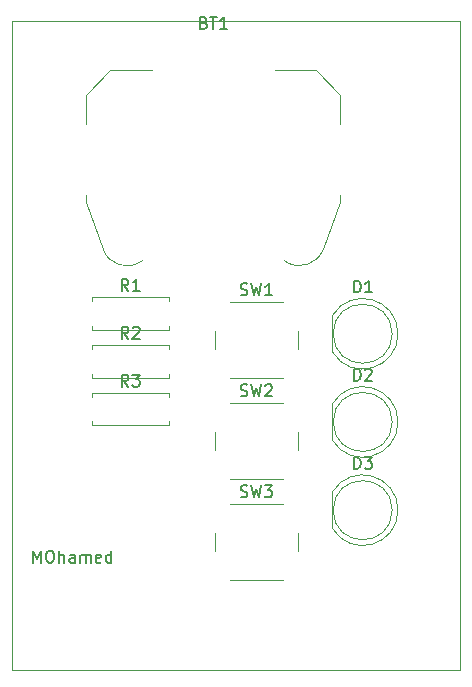
<source format=gbr>
%TF.GenerationSoftware,KiCad,Pcbnew,9.0.2*%
%TF.CreationDate,2025-06-03T22:34:10+03:00*%
%TF.ProjectId,first_PcB,66697273-745f-4506-9342-2e6b69636164,rev?*%
%TF.SameCoordinates,Original*%
%TF.FileFunction,Profile,NP*%
%FSLAX46Y46*%
G04 Gerber Fmt 4.6, Leading zero omitted, Abs format (unit mm)*
G04 Created by KiCad (PCBNEW 9.0.2) date 2025-06-03 22:34:10*
%MOMM*%
%LPD*%
G01*
G04 APERTURE LIST*
%TA.AperFunction,Profile*%
%ADD10C,0.050000*%
%TD*%
%ADD11C,0.150000*%
%ADD12C,0.120000*%
G04 APERTURE END LIST*
D10*
X132500000Y-71000000D02*
X170500000Y-71000000D01*
X170500000Y-126000000D01*
X132500000Y-126000000D01*
X132500000Y-71000000D01*
D11*
X134336779Y-116869819D02*
X134336779Y-115869819D01*
X134336779Y-115869819D02*
X134670112Y-116584104D01*
X134670112Y-116584104D02*
X135003445Y-115869819D01*
X135003445Y-115869819D02*
X135003445Y-116869819D01*
X135670112Y-115869819D02*
X135860588Y-115869819D01*
X135860588Y-115869819D02*
X135955826Y-115917438D01*
X135955826Y-115917438D02*
X136051064Y-116012676D01*
X136051064Y-116012676D02*
X136098683Y-116203152D01*
X136098683Y-116203152D02*
X136098683Y-116536485D01*
X136098683Y-116536485D02*
X136051064Y-116726961D01*
X136051064Y-116726961D02*
X135955826Y-116822200D01*
X135955826Y-116822200D02*
X135860588Y-116869819D01*
X135860588Y-116869819D02*
X135670112Y-116869819D01*
X135670112Y-116869819D02*
X135574874Y-116822200D01*
X135574874Y-116822200D02*
X135479636Y-116726961D01*
X135479636Y-116726961D02*
X135432017Y-116536485D01*
X135432017Y-116536485D02*
X135432017Y-116203152D01*
X135432017Y-116203152D02*
X135479636Y-116012676D01*
X135479636Y-116012676D02*
X135574874Y-115917438D01*
X135574874Y-115917438D02*
X135670112Y-115869819D01*
X136527255Y-116869819D02*
X136527255Y-115869819D01*
X136955826Y-116869819D02*
X136955826Y-116346009D01*
X136955826Y-116346009D02*
X136908207Y-116250771D01*
X136908207Y-116250771D02*
X136812969Y-116203152D01*
X136812969Y-116203152D02*
X136670112Y-116203152D01*
X136670112Y-116203152D02*
X136574874Y-116250771D01*
X136574874Y-116250771D02*
X136527255Y-116298390D01*
X137860588Y-116869819D02*
X137860588Y-116346009D01*
X137860588Y-116346009D02*
X137812969Y-116250771D01*
X137812969Y-116250771D02*
X137717731Y-116203152D01*
X137717731Y-116203152D02*
X137527255Y-116203152D01*
X137527255Y-116203152D02*
X137432017Y-116250771D01*
X137860588Y-116822200D02*
X137765350Y-116869819D01*
X137765350Y-116869819D02*
X137527255Y-116869819D01*
X137527255Y-116869819D02*
X137432017Y-116822200D01*
X137432017Y-116822200D02*
X137384398Y-116726961D01*
X137384398Y-116726961D02*
X137384398Y-116631723D01*
X137384398Y-116631723D02*
X137432017Y-116536485D01*
X137432017Y-116536485D02*
X137527255Y-116488866D01*
X137527255Y-116488866D02*
X137765350Y-116488866D01*
X137765350Y-116488866D02*
X137860588Y-116441247D01*
X138336779Y-116869819D02*
X138336779Y-116203152D01*
X138336779Y-116298390D02*
X138384398Y-116250771D01*
X138384398Y-116250771D02*
X138479636Y-116203152D01*
X138479636Y-116203152D02*
X138622493Y-116203152D01*
X138622493Y-116203152D02*
X138717731Y-116250771D01*
X138717731Y-116250771D02*
X138765350Y-116346009D01*
X138765350Y-116346009D02*
X138765350Y-116869819D01*
X138765350Y-116346009D02*
X138812969Y-116250771D01*
X138812969Y-116250771D02*
X138908207Y-116203152D01*
X138908207Y-116203152D02*
X139051064Y-116203152D01*
X139051064Y-116203152D02*
X139146303Y-116250771D01*
X139146303Y-116250771D02*
X139193922Y-116346009D01*
X139193922Y-116346009D02*
X139193922Y-116869819D01*
X140051064Y-116822200D02*
X139955826Y-116869819D01*
X139955826Y-116869819D02*
X139765350Y-116869819D01*
X139765350Y-116869819D02*
X139670112Y-116822200D01*
X139670112Y-116822200D02*
X139622493Y-116726961D01*
X139622493Y-116726961D02*
X139622493Y-116346009D01*
X139622493Y-116346009D02*
X139670112Y-116250771D01*
X139670112Y-116250771D02*
X139765350Y-116203152D01*
X139765350Y-116203152D02*
X139955826Y-116203152D01*
X139955826Y-116203152D02*
X140051064Y-116250771D01*
X140051064Y-116250771D02*
X140098683Y-116346009D01*
X140098683Y-116346009D02*
X140098683Y-116441247D01*
X140098683Y-116441247D02*
X139622493Y-116536485D01*
X140955826Y-116869819D02*
X140955826Y-115869819D01*
X140955826Y-116822200D02*
X140860588Y-116869819D01*
X140860588Y-116869819D02*
X140670112Y-116869819D01*
X140670112Y-116869819D02*
X140574874Y-116822200D01*
X140574874Y-116822200D02*
X140527255Y-116774580D01*
X140527255Y-116774580D02*
X140479636Y-116679342D01*
X140479636Y-116679342D02*
X140479636Y-116393628D01*
X140479636Y-116393628D02*
X140527255Y-116298390D01*
X140527255Y-116298390D02*
X140574874Y-116250771D01*
X140574874Y-116250771D02*
X140670112Y-116203152D01*
X140670112Y-116203152D02*
X140860588Y-116203152D01*
X140860588Y-116203152D02*
X140955826Y-116250771D01*
X151886667Y-111297200D02*
X152029524Y-111344819D01*
X152029524Y-111344819D02*
X152267619Y-111344819D01*
X152267619Y-111344819D02*
X152362857Y-111297200D01*
X152362857Y-111297200D02*
X152410476Y-111249580D01*
X152410476Y-111249580D02*
X152458095Y-111154342D01*
X152458095Y-111154342D02*
X152458095Y-111059104D01*
X152458095Y-111059104D02*
X152410476Y-110963866D01*
X152410476Y-110963866D02*
X152362857Y-110916247D01*
X152362857Y-110916247D02*
X152267619Y-110868628D01*
X152267619Y-110868628D02*
X152077143Y-110821009D01*
X152077143Y-110821009D02*
X151981905Y-110773390D01*
X151981905Y-110773390D02*
X151934286Y-110725771D01*
X151934286Y-110725771D02*
X151886667Y-110630533D01*
X151886667Y-110630533D02*
X151886667Y-110535295D01*
X151886667Y-110535295D02*
X151934286Y-110440057D01*
X151934286Y-110440057D02*
X151981905Y-110392438D01*
X151981905Y-110392438D02*
X152077143Y-110344819D01*
X152077143Y-110344819D02*
X152315238Y-110344819D01*
X152315238Y-110344819D02*
X152458095Y-110392438D01*
X152791429Y-110344819D02*
X153029524Y-111344819D01*
X153029524Y-111344819D02*
X153220000Y-110630533D01*
X153220000Y-110630533D02*
X153410476Y-111344819D01*
X153410476Y-111344819D02*
X153648572Y-110344819D01*
X153934286Y-110344819D02*
X154553333Y-110344819D01*
X154553333Y-110344819D02*
X154220000Y-110725771D01*
X154220000Y-110725771D02*
X154362857Y-110725771D01*
X154362857Y-110725771D02*
X154458095Y-110773390D01*
X154458095Y-110773390D02*
X154505714Y-110821009D01*
X154505714Y-110821009D02*
X154553333Y-110916247D01*
X154553333Y-110916247D02*
X154553333Y-111154342D01*
X154553333Y-111154342D02*
X154505714Y-111249580D01*
X154505714Y-111249580D02*
X154458095Y-111297200D01*
X154458095Y-111297200D02*
X154362857Y-111344819D01*
X154362857Y-111344819D02*
X154077143Y-111344819D01*
X154077143Y-111344819D02*
X153981905Y-111297200D01*
X153981905Y-111297200D02*
X153934286Y-111249580D01*
X151886667Y-94197200D02*
X152029524Y-94244819D01*
X152029524Y-94244819D02*
X152267619Y-94244819D01*
X152267619Y-94244819D02*
X152362857Y-94197200D01*
X152362857Y-94197200D02*
X152410476Y-94149580D01*
X152410476Y-94149580D02*
X152458095Y-94054342D01*
X152458095Y-94054342D02*
X152458095Y-93959104D01*
X152458095Y-93959104D02*
X152410476Y-93863866D01*
X152410476Y-93863866D02*
X152362857Y-93816247D01*
X152362857Y-93816247D02*
X152267619Y-93768628D01*
X152267619Y-93768628D02*
X152077143Y-93721009D01*
X152077143Y-93721009D02*
X151981905Y-93673390D01*
X151981905Y-93673390D02*
X151934286Y-93625771D01*
X151934286Y-93625771D02*
X151886667Y-93530533D01*
X151886667Y-93530533D02*
X151886667Y-93435295D01*
X151886667Y-93435295D02*
X151934286Y-93340057D01*
X151934286Y-93340057D02*
X151981905Y-93292438D01*
X151981905Y-93292438D02*
X152077143Y-93244819D01*
X152077143Y-93244819D02*
X152315238Y-93244819D01*
X152315238Y-93244819D02*
X152458095Y-93292438D01*
X152791429Y-93244819D02*
X153029524Y-94244819D01*
X153029524Y-94244819D02*
X153220000Y-93530533D01*
X153220000Y-93530533D02*
X153410476Y-94244819D01*
X153410476Y-94244819D02*
X153648572Y-93244819D01*
X154553333Y-94244819D02*
X153981905Y-94244819D01*
X154267619Y-94244819D02*
X154267619Y-93244819D01*
X154267619Y-93244819D02*
X154172381Y-93387676D01*
X154172381Y-93387676D02*
X154077143Y-93482914D01*
X154077143Y-93482914D02*
X153981905Y-93530533D01*
X142393333Y-101974819D02*
X142060000Y-101498628D01*
X141821905Y-101974819D02*
X141821905Y-100974819D01*
X141821905Y-100974819D02*
X142202857Y-100974819D01*
X142202857Y-100974819D02*
X142298095Y-101022438D01*
X142298095Y-101022438D02*
X142345714Y-101070057D01*
X142345714Y-101070057D02*
X142393333Y-101165295D01*
X142393333Y-101165295D02*
X142393333Y-101308152D01*
X142393333Y-101308152D02*
X142345714Y-101403390D01*
X142345714Y-101403390D02*
X142298095Y-101451009D01*
X142298095Y-101451009D02*
X142202857Y-101498628D01*
X142202857Y-101498628D02*
X141821905Y-101498628D01*
X142726667Y-100974819D02*
X143345714Y-100974819D01*
X143345714Y-100974819D02*
X143012381Y-101355771D01*
X143012381Y-101355771D02*
X143155238Y-101355771D01*
X143155238Y-101355771D02*
X143250476Y-101403390D01*
X143250476Y-101403390D02*
X143298095Y-101451009D01*
X143298095Y-101451009D02*
X143345714Y-101546247D01*
X143345714Y-101546247D02*
X143345714Y-101784342D01*
X143345714Y-101784342D02*
X143298095Y-101879580D01*
X143298095Y-101879580D02*
X143250476Y-101927200D01*
X143250476Y-101927200D02*
X143155238Y-101974819D01*
X143155238Y-101974819D02*
X142869524Y-101974819D01*
X142869524Y-101974819D02*
X142774286Y-101927200D01*
X142774286Y-101927200D02*
X142726667Y-101879580D01*
X142393333Y-97924819D02*
X142060000Y-97448628D01*
X141821905Y-97924819D02*
X141821905Y-96924819D01*
X141821905Y-96924819D02*
X142202857Y-96924819D01*
X142202857Y-96924819D02*
X142298095Y-96972438D01*
X142298095Y-96972438D02*
X142345714Y-97020057D01*
X142345714Y-97020057D02*
X142393333Y-97115295D01*
X142393333Y-97115295D02*
X142393333Y-97258152D01*
X142393333Y-97258152D02*
X142345714Y-97353390D01*
X142345714Y-97353390D02*
X142298095Y-97401009D01*
X142298095Y-97401009D02*
X142202857Y-97448628D01*
X142202857Y-97448628D02*
X141821905Y-97448628D01*
X142774286Y-97020057D02*
X142821905Y-96972438D01*
X142821905Y-96972438D02*
X142917143Y-96924819D01*
X142917143Y-96924819D02*
X143155238Y-96924819D01*
X143155238Y-96924819D02*
X143250476Y-96972438D01*
X143250476Y-96972438D02*
X143298095Y-97020057D01*
X143298095Y-97020057D02*
X143345714Y-97115295D01*
X143345714Y-97115295D02*
X143345714Y-97210533D01*
X143345714Y-97210533D02*
X143298095Y-97353390D01*
X143298095Y-97353390D02*
X142726667Y-97924819D01*
X142726667Y-97924819D02*
X143345714Y-97924819D01*
X161491905Y-93994819D02*
X161491905Y-92994819D01*
X161491905Y-92994819D02*
X161730000Y-92994819D01*
X161730000Y-92994819D02*
X161872857Y-93042438D01*
X161872857Y-93042438D02*
X161968095Y-93137676D01*
X161968095Y-93137676D02*
X162015714Y-93232914D01*
X162015714Y-93232914D02*
X162063333Y-93423390D01*
X162063333Y-93423390D02*
X162063333Y-93566247D01*
X162063333Y-93566247D02*
X162015714Y-93756723D01*
X162015714Y-93756723D02*
X161968095Y-93851961D01*
X161968095Y-93851961D02*
X161872857Y-93947200D01*
X161872857Y-93947200D02*
X161730000Y-93994819D01*
X161730000Y-93994819D02*
X161491905Y-93994819D01*
X163015714Y-93994819D02*
X162444286Y-93994819D01*
X162730000Y-93994819D02*
X162730000Y-92994819D01*
X162730000Y-92994819D02*
X162634762Y-93137676D01*
X162634762Y-93137676D02*
X162539524Y-93232914D01*
X162539524Y-93232914D02*
X162444286Y-93280533D01*
X161491905Y-108934819D02*
X161491905Y-107934819D01*
X161491905Y-107934819D02*
X161730000Y-107934819D01*
X161730000Y-107934819D02*
X161872857Y-107982438D01*
X161872857Y-107982438D02*
X161968095Y-108077676D01*
X161968095Y-108077676D02*
X162015714Y-108172914D01*
X162015714Y-108172914D02*
X162063333Y-108363390D01*
X162063333Y-108363390D02*
X162063333Y-108506247D01*
X162063333Y-108506247D02*
X162015714Y-108696723D01*
X162015714Y-108696723D02*
X161968095Y-108791961D01*
X161968095Y-108791961D02*
X161872857Y-108887200D01*
X161872857Y-108887200D02*
X161730000Y-108934819D01*
X161730000Y-108934819D02*
X161491905Y-108934819D01*
X162396667Y-107934819D02*
X163015714Y-107934819D01*
X163015714Y-107934819D02*
X162682381Y-108315771D01*
X162682381Y-108315771D02*
X162825238Y-108315771D01*
X162825238Y-108315771D02*
X162920476Y-108363390D01*
X162920476Y-108363390D02*
X162968095Y-108411009D01*
X162968095Y-108411009D02*
X163015714Y-108506247D01*
X163015714Y-108506247D02*
X163015714Y-108744342D01*
X163015714Y-108744342D02*
X162968095Y-108839580D01*
X162968095Y-108839580D02*
X162920476Y-108887200D01*
X162920476Y-108887200D02*
X162825238Y-108934819D01*
X162825238Y-108934819D02*
X162539524Y-108934819D01*
X162539524Y-108934819D02*
X162444286Y-108887200D01*
X162444286Y-108887200D02*
X162396667Y-108839580D01*
X151886667Y-102747200D02*
X152029524Y-102794819D01*
X152029524Y-102794819D02*
X152267619Y-102794819D01*
X152267619Y-102794819D02*
X152362857Y-102747200D01*
X152362857Y-102747200D02*
X152410476Y-102699580D01*
X152410476Y-102699580D02*
X152458095Y-102604342D01*
X152458095Y-102604342D02*
X152458095Y-102509104D01*
X152458095Y-102509104D02*
X152410476Y-102413866D01*
X152410476Y-102413866D02*
X152362857Y-102366247D01*
X152362857Y-102366247D02*
X152267619Y-102318628D01*
X152267619Y-102318628D02*
X152077143Y-102271009D01*
X152077143Y-102271009D02*
X151981905Y-102223390D01*
X151981905Y-102223390D02*
X151934286Y-102175771D01*
X151934286Y-102175771D02*
X151886667Y-102080533D01*
X151886667Y-102080533D02*
X151886667Y-101985295D01*
X151886667Y-101985295D02*
X151934286Y-101890057D01*
X151934286Y-101890057D02*
X151981905Y-101842438D01*
X151981905Y-101842438D02*
X152077143Y-101794819D01*
X152077143Y-101794819D02*
X152315238Y-101794819D01*
X152315238Y-101794819D02*
X152458095Y-101842438D01*
X152791429Y-101794819D02*
X153029524Y-102794819D01*
X153029524Y-102794819D02*
X153220000Y-102080533D01*
X153220000Y-102080533D02*
X153410476Y-102794819D01*
X153410476Y-102794819D02*
X153648572Y-101794819D01*
X153981905Y-101890057D02*
X154029524Y-101842438D01*
X154029524Y-101842438D02*
X154124762Y-101794819D01*
X154124762Y-101794819D02*
X154362857Y-101794819D01*
X154362857Y-101794819D02*
X154458095Y-101842438D01*
X154458095Y-101842438D02*
X154505714Y-101890057D01*
X154505714Y-101890057D02*
X154553333Y-101985295D01*
X154553333Y-101985295D02*
X154553333Y-102080533D01*
X154553333Y-102080533D02*
X154505714Y-102223390D01*
X154505714Y-102223390D02*
X153934286Y-102794819D01*
X153934286Y-102794819D02*
X154553333Y-102794819D01*
X142393333Y-93874819D02*
X142060000Y-93398628D01*
X141821905Y-93874819D02*
X141821905Y-92874819D01*
X141821905Y-92874819D02*
X142202857Y-92874819D01*
X142202857Y-92874819D02*
X142298095Y-92922438D01*
X142298095Y-92922438D02*
X142345714Y-92970057D01*
X142345714Y-92970057D02*
X142393333Y-93065295D01*
X142393333Y-93065295D02*
X142393333Y-93208152D01*
X142393333Y-93208152D02*
X142345714Y-93303390D01*
X142345714Y-93303390D02*
X142298095Y-93351009D01*
X142298095Y-93351009D02*
X142202857Y-93398628D01*
X142202857Y-93398628D02*
X141821905Y-93398628D01*
X143345714Y-93874819D02*
X142774286Y-93874819D01*
X143060000Y-93874819D02*
X143060000Y-92874819D01*
X143060000Y-92874819D02*
X142964762Y-93017676D01*
X142964762Y-93017676D02*
X142869524Y-93112914D01*
X142869524Y-93112914D02*
X142774286Y-93160533D01*
X161491905Y-101464819D02*
X161491905Y-100464819D01*
X161491905Y-100464819D02*
X161730000Y-100464819D01*
X161730000Y-100464819D02*
X161872857Y-100512438D01*
X161872857Y-100512438D02*
X161968095Y-100607676D01*
X161968095Y-100607676D02*
X162015714Y-100702914D01*
X162015714Y-100702914D02*
X162063333Y-100893390D01*
X162063333Y-100893390D02*
X162063333Y-101036247D01*
X162063333Y-101036247D02*
X162015714Y-101226723D01*
X162015714Y-101226723D02*
X161968095Y-101321961D01*
X161968095Y-101321961D02*
X161872857Y-101417200D01*
X161872857Y-101417200D02*
X161730000Y-101464819D01*
X161730000Y-101464819D02*
X161491905Y-101464819D01*
X162444286Y-100560057D02*
X162491905Y-100512438D01*
X162491905Y-100512438D02*
X162587143Y-100464819D01*
X162587143Y-100464819D02*
X162825238Y-100464819D01*
X162825238Y-100464819D02*
X162920476Y-100512438D01*
X162920476Y-100512438D02*
X162968095Y-100560057D01*
X162968095Y-100560057D02*
X163015714Y-100655295D01*
X163015714Y-100655295D02*
X163015714Y-100750533D01*
X163015714Y-100750533D02*
X162968095Y-100893390D01*
X162968095Y-100893390D02*
X162396667Y-101464819D01*
X162396667Y-101464819D02*
X163015714Y-101464819D01*
X148784285Y-71179084D02*
X148927142Y-71226703D01*
X148927142Y-71226703D02*
X148974761Y-71274322D01*
X148974761Y-71274322D02*
X149022380Y-71369560D01*
X149022380Y-71369560D02*
X149022380Y-71512417D01*
X149022380Y-71512417D02*
X148974761Y-71607655D01*
X148974761Y-71607655D02*
X148927142Y-71655275D01*
X148927142Y-71655275D02*
X148831904Y-71702894D01*
X148831904Y-71702894D02*
X148450952Y-71702894D01*
X148450952Y-71702894D02*
X148450952Y-70702894D01*
X148450952Y-70702894D02*
X148784285Y-70702894D01*
X148784285Y-70702894D02*
X148879523Y-70750513D01*
X148879523Y-70750513D02*
X148927142Y-70798132D01*
X148927142Y-70798132D02*
X148974761Y-70893370D01*
X148974761Y-70893370D02*
X148974761Y-70988608D01*
X148974761Y-70988608D02*
X148927142Y-71083846D01*
X148927142Y-71083846D02*
X148879523Y-71131465D01*
X148879523Y-71131465D02*
X148784285Y-71179084D01*
X148784285Y-71179084D02*
X148450952Y-71179084D01*
X149308095Y-70702894D02*
X149879523Y-70702894D01*
X149593809Y-71702894D02*
X149593809Y-70702894D01*
X150736666Y-71702894D02*
X150165238Y-71702894D01*
X150450952Y-71702894D02*
X150450952Y-70702894D01*
X150450952Y-70702894D02*
X150355714Y-70845751D01*
X150355714Y-70845751D02*
X150260476Y-70940989D01*
X150260476Y-70940989D02*
X150165238Y-70988608D01*
D12*
%TO.C,SW3*%
X149720000Y-114390000D02*
X149720000Y-115890000D01*
X150970000Y-118390000D02*
X155470000Y-118390000D01*
X155470000Y-111890000D02*
X150970000Y-111890000D01*
X156720000Y-115890000D02*
X156720000Y-114390000D01*
%TO.C,SW1*%
X149720000Y-97290000D02*
X149720000Y-98790000D01*
X150970000Y-101290000D02*
X155470000Y-101290000D01*
X155470000Y-94790000D02*
X150970000Y-94790000D01*
X156720000Y-98790000D02*
X156720000Y-97290000D01*
%TO.C,R3*%
X139290000Y-102520000D02*
X145830000Y-102520000D01*
X139290000Y-102850000D02*
X139290000Y-102520000D01*
X139290000Y-104930000D02*
X139290000Y-105260000D01*
X139290000Y-105260000D02*
X145830000Y-105260000D01*
X145830000Y-102520000D02*
X145830000Y-102850000D01*
X145830000Y-105260000D02*
X145830000Y-104930000D01*
%TO.C,R2*%
X139290000Y-98470000D02*
X145830000Y-98470000D01*
X139290000Y-98800000D02*
X139290000Y-98470000D01*
X139290000Y-100880000D02*
X139290000Y-101210000D01*
X139290000Y-101210000D02*
X145830000Y-101210000D01*
X145830000Y-98470000D02*
X145830000Y-98800000D01*
X145830000Y-101210000D02*
X145830000Y-100880000D01*
%TO.C,D1*%
X159670000Y-95955000D02*
X159670000Y-99045000D01*
X159670000Y-95955170D02*
G75*
G02*
X165220000Y-97500000I2560000J-1544830D01*
G01*
X165220000Y-97500000D02*
G75*
G02*
X159670000Y-99044830I-2990000J0D01*
G01*
X164730000Y-97500000D02*
G75*
G02*
X159730000Y-97500000I-2500000J0D01*
G01*
X159730000Y-97500000D02*
G75*
G02*
X164730000Y-97500000I2500000J0D01*
G01*
%TO.C,D3*%
X159670000Y-110895000D02*
X159670000Y-113985000D01*
X159670000Y-110895170D02*
G75*
G02*
X165220000Y-112440000I2560000J-1544830D01*
G01*
X165220000Y-112440000D02*
G75*
G02*
X159670000Y-113984830I-2990000J0D01*
G01*
X164730000Y-112440000D02*
G75*
G02*
X159730000Y-112440000I-2500000J0D01*
G01*
X159730000Y-112440000D02*
G75*
G02*
X164730000Y-112440000I2500000J0D01*
G01*
%TO.C,SW2*%
X149720000Y-105840000D02*
X149720000Y-107340000D01*
X150970000Y-109840000D02*
X155470000Y-109840000D01*
X155470000Y-103340000D02*
X150970000Y-103340000D01*
X156720000Y-107340000D02*
X156720000Y-105840000D01*
%TO.C,R1*%
X139290000Y-94420000D02*
X145830000Y-94420000D01*
X139290000Y-94750000D02*
X139290000Y-94420000D01*
X139290000Y-96830000D02*
X139290000Y-97160000D01*
X139290000Y-97160000D02*
X145830000Y-97160000D01*
X145830000Y-94420000D02*
X145830000Y-94750000D01*
X145830000Y-97160000D02*
X145830000Y-96830000D01*
%TO.C,D2*%
X159670000Y-103425000D02*
X159670000Y-106515000D01*
X159670000Y-103425170D02*
G75*
G02*
X165220000Y-104970000I2560000J-1544830D01*
G01*
X165220000Y-104970000D02*
G75*
G02*
X159670000Y-106514830I-2990000J0D01*
G01*
X164730000Y-104970000D02*
G75*
G02*
X159730000Y-104970000I-2500000J0D01*
G01*
X159730000Y-104970000D02*
G75*
G02*
X164730000Y-104970000I2500000J0D01*
G01*
%TO.C,BT1*%
X138790000Y-77288075D02*
X138790000Y-79748075D01*
X138790000Y-85748075D02*
X138790000Y-86378075D01*
X138790000Y-86378075D02*
X140230000Y-90328075D01*
X140870000Y-75208075D02*
X138790000Y-77288075D01*
X144370000Y-75208075D02*
X140870000Y-75208075D01*
X158270000Y-75208075D02*
X154770000Y-75208075D01*
X158270000Y-75208075D02*
X160350000Y-77288075D01*
X160350000Y-77288075D02*
X160350000Y-79748075D01*
X160350000Y-85748075D02*
X160350000Y-86378075D01*
X160350000Y-86378075D02*
X158910000Y-90328075D01*
X143566646Y-91314605D02*
G75*
G02*
X140230000Y-90328075I-1306646J1716531D01*
G01*
X158895243Y-90336244D02*
G75*
G02*
X155570000Y-91298075I-2015243J738169D01*
G01*
%TD*%
M02*

</source>
